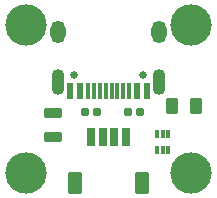
<source format=gbr>
%TF.GenerationSoftware,KiCad,Pcbnew,(5.99.0-13123-g97e9348ee1)*%
%TF.CreationDate,2021-12-06T14:29:08+03:00*%
%TF.ProjectId,Daughterboard,44617567-6874-4657-9262-6f6172642e6b,rev?*%
%TF.SameCoordinates,Original*%
%TF.FileFunction,Soldermask,Top*%
%TF.FilePolarity,Negative*%
%FSLAX46Y46*%
G04 Gerber Fmt 4.6, Leading zero omitted, Abs format (unit mm)*
G04 Created by KiCad (PCBNEW (5.99.0-13123-g97e9348ee1)) date 2021-12-06 14:29:08*
%MOMM*%
%LPD*%
G01*
G04 APERTURE LIST*
G04 Aperture macros list*
%AMRoundRect*
0 Rectangle with rounded corners*
0 $1 Rounding radius*
0 $2 $3 $4 $5 $6 $7 $8 $9 X,Y pos of 4 corners*
0 Add a 4 corners polygon primitive as box body*
4,1,4,$2,$3,$4,$5,$6,$7,$8,$9,$2,$3,0*
0 Add four circle primitives for the rounded corners*
1,1,$1+$1,$2,$3*
1,1,$1+$1,$4,$5*
1,1,$1+$1,$6,$7*
1,1,$1+$1,$8,$9*
0 Add four rect primitives between the rounded corners*
20,1,$1+$1,$2,$3,$4,$5,0*
20,1,$1+$1,$4,$5,$6,$7,0*
20,1,$1+$1,$6,$7,$8,$9,0*
20,1,$1+$1,$8,$9,$2,$3,0*%
G04 Aperture macros list end*
%ADD10C,0.650000*%
%ADD11R,0.600000X1.450000*%
%ADD12R,0.300000X1.450000*%
%ADD13O,1.100000X2.200000*%
%ADD14O,1.300000X1.900000*%
%ADD15C,3.500000*%
%ADD16RoundRect,0.120000X-0.630000X0.280000X-0.630000X-0.280000X0.630000X-0.280000X0.630000X0.280000X0*%
%ADD17RoundRect,0.090000X0.210000X0.210000X-0.210000X0.210000X-0.210000X-0.210000X0.210000X-0.210000X0*%
%ADD18RoundRect,0.090000X-0.210000X-0.210000X0.210000X-0.210000X0.210000X0.210000X-0.210000X0.210000X0*%
%ADD19R,0.300000X0.740000*%
%ADD20R,0.350000X0.740000*%
%ADD21RoundRect,0.091000X-0.259000X-0.684000X0.259000X-0.684000X0.259000X0.684000X-0.259000X0.684000X0*%
%ADD22RoundRect,0.144000X-0.456000X-0.756000X0.456000X-0.756000X0.456000X0.756000X-0.456000X0.756000X0*%
%ADD23RoundRect,0.150000X0.350000X0.550000X-0.350000X0.550000X-0.350000X-0.550000X0.350000X-0.550000X0*%
G04 APERTURE END LIST*
D10*
%TO.C,J1*%
X93110000Y-62749000D03*
X98890000Y-62749000D03*
D11*
X99250000Y-64075000D03*
X98450000Y-64075000D03*
D12*
X97250000Y-64075000D03*
X96254000Y-64075000D03*
X95750000Y-64075000D03*
X94750000Y-64075000D03*
D11*
X92750000Y-64075000D03*
X93550000Y-64075000D03*
D12*
X94250000Y-64075000D03*
X95250000Y-64075000D03*
X96750000Y-64075000D03*
X97750000Y-64075000D03*
D13*
X91700000Y-63300000D03*
X100300000Y-63300000D03*
D14*
X91700000Y-59100000D03*
X100300000Y-59100000D03*
%TD*%
D15*
%TO.C,J3*%
X103000000Y-58500000D03*
%TD*%
%TO.C,J4*%
X103000000Y-71000000D03*
%TD*%
%TO.C,J5*%
X89000000Y-71000000D03*
%TD*%
%TO.C,J6*%
X89000000Y-58500000D03*
%TD*%
D16*
%TO.C,F1*%
X91300000Y-65980000D03*
X91300000Y-67980000D03*
%TD*%
D17*
%TO.C,R2*%
X94990000Y-65900000D03*
X93990000Y-65900000D03*
%TD*%
D18*
%TO.C,R1*%
X97658300Y-65849500D03*
X98658300Y-65849500D03*
%TD*%
D19*
%TO.C,U2*%
X101072240Y-67728600D03*
D20*
X100572240Y-67728600D03*
D19*
X100072240Y-67728600D03*
X100072240Y-69088600D03*
D20*
X100572240Y-69088600D03*
D19*
X101072240Y-69088600D03*
%TD*%
D21*
%TO.C,J2*%
X94500000Y-67975000D03*
X95500000Y-67975000D03*
X96500000Y-67975000D03*
X97500000Y-67975000D03*
D22*
X93200000Y-71850000D03*
X98800000Y-71850000D03*
%TD*%
D23*
%TO.C,L1*%
X103400000Y-65330000D03*
X101400000Y-65330000D03*
%TD*%
M02*

</source>
